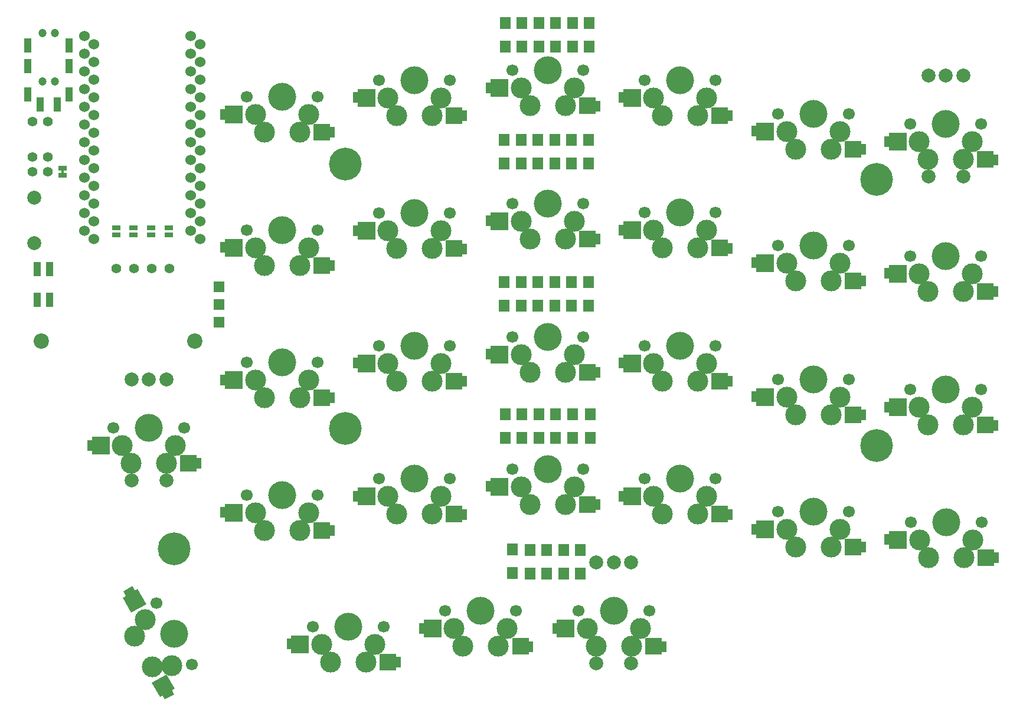
<source format=gbr>
G04 #@! TF.GenerationSoftware,KiCad,Pcbnew,5.1.9*
G04 #@! TF.CreationDate,2021-01-24T14:33:22-08:00*
G04 #@! TF.ProjectId,Lily58_prot_MX,4c696c79-3538-45f7-9072-6f745f4d582e,rev?*
G04 #@! TF.SameCoordinates,Original*
G04 #@! TF.FileFunction,Soldermask,Top*
G04 #@! TF.FilePolarity,Negative*
%FSLAX46Y46*%
G04 Gerber Fmt 4.6, Leading zero omitted, Abs format (unit mm)*
G04 Created by KiCad (PCBNEW 5.1.9) date 2021-01-24 14:33:22*
%MOMM*%
%LPD*%
G01*
G04 APERTURE LIST*
%ADD10C,3.000000*%
%ADD11C,1.700000*%
%ADD12C,4.000000*%
%ADD13C,0.100000*%
%ADD14R,2.500000X2.500000*%
%ADD15R,2.400000X2.400000*%
%ADD16R,0.700000X1.500000*%
%ADD17R,1.500000X1.800000*%
%ADD18C,1.524000*%
%ADD19R,1.000000X2.000000*%
%ADD20C,0.100000*%
%ADD21R,1.524000X1.524000*%
%ADD22C,1.200000*%
%ADD23R,1.000000X2.100000*%
%ADD24C,1.397000*%
%ADD25R,1.143000X0.635000*%
%ADD26C,2.000000*%
%ADD27C,2.200000*%
%ADD28C,4.700400*%
%ADD29R,0.381000X0.381000*%
G04 APERTURE END LIST*
D10*
X162410000Y-67840001D03*
D11*
X163680000Y-65300000D03*
X153520000Y-65300000D03*
D12*
X158600000Y-65300000D03*
D10*
X156060000Y-70380000D03*
D13*
X162425000Y-67880000D03*
X154775000Y-67880000D03*
D14*
X151700000Y-67840001D03*
D10*
X161140000Y-70380000D03*
X154790000Y-67840000D03*
D15*
X164300000Y-70380000D03*
D10*
X154790000Y-67840000D03*
D16*
X150100000Y-67800000D03*
X165800000Y-70400000D03*
D10*
X124310000Y-71640001D03*
D11*
X125580000Y-69100000D03*
X115420000Y-69100000D03*
D12*
X120500000Y-69100000D03*
D10*
X117960000Y-74180000D03*
D13*
X124325000Y-71680000D03*
X116675000Y-71680000D03*
D14*
X113600000Y-71640001D03*
D10*
X123040000Y-74180000D03*
X116690000Y-71640000D03*
D15*
X126200000Y-74180000D03*
D10*
X116690000Y-71640000D03*
D16*
X112000000Y-71600000D03*
X127700000Y-74200000D03*
X146700000Y-52700000D03*
X131000000Y-50100000D03*
D10*
X135690000Y-50140000D03*
D15*
X145200000Y-52680000D03*
D10*
X135690000Y-50140000D03*
X142040000Y-52680000D03*
D14*
X132600000Y-50140001D03*
D13*
X135675000Y-50180000D03*
X143325000Y-50180000D03*
D10*
X136960000Y-52680000D03*
D12*
X139500000Y-47600000D03*
D11*
X134420000Y-47600000D03*
X144580000Y-47600000D03*
D10*
X143310000Y-50140001D03*
X181410000Y-50140001D03*
D11*
X182680000Y-47600000D03*
X172520000Y-47600000D03*
D12*
X177600000Y-47600000D03*
D10*
X175060000Y-52680000D03*
D13*
X181425000Y-50180000D03*
X173775000Y-50180000D03*
D14*
X170700000Y-50140001D03*
D10*
X180140000Y-52680000D03*
X173790000Y-50140000D03*
D15*
X183300000Y-52680000D03*
D10*
X173790000Y-50140000D03*
D16*
X169100000Y-50100000D03*
X184800000Y-52700000D03*
D10*
X124310000Y-52540001D03*
D11*
X125580000Y-50000000D03*
X115420000Y-50000000D03*
D12*
X120500000Y-50000000D03*
D10*
X117960000Y-55080000D03*
D13*
X124325000Y-52580000D03*
X116675000Y-52580000D03*
D14*
X113600000Y-52540001D03*
D10*
X123040000Y-55080000D03*
X116690000Y-52540000D03*
D15*
X126200000Y-55080000D03*
D10*
X116690000Y-52540000D03*
D16*
X112000000Y-52500000D03*
X127700000Y-55100000D03*
X222950000Y-116100000D03*
X207250000Y-113500000D03*
D10*
X211940000Y-113540000D03*
D15*
X221450000Y-116080000D03*
D10*
X211940000Y-113540000D03*
X218290000Y-116080000D03*
D14*
X208850000Y-113540001D03*
D13*
X211925000Y-113580000D03*
X219575000Y-113580000D03*
D10*
X213210000Y-116080000D03*
D12*
X215750000Y-111000000D03*
D11*
X210670000Y-111000000D03*
X220830000Y-111000000D03*
D10*
X219560000Y-113540001D03*
X143310000Y-107340001D03*
D11*
X144580000Y-104800000D03*
X134420000Y-104800000D03*
D12*
X139500000Y-104800000D03*
D10*
X136960000Y-109880000D03*
D13*
X143325000Y-107380000D03*
X135675000Y-107380000D03*
D14*
X132600000Y-107340001D03*
D10*
X142040000Y-109880000D03*
X135690000Y-107340000D03*
D15*
X145200000Y-109880000D03*
D10*
X135690000Y-107340000D03*
D16*
X131000000Y-107300000D03*
X146700000Y-109900000D03*
X127700000Y-112200000D03*
X112000000Y-109600000D03*
D10*
X116690000Y-109640000D03*
D15*
X126200000Y-112180000D03*
D10*
X116690000Y-109640000D03*
X123040000Y-112180000D03*
D14*
X113600000Y-109640001D03*
D13*
X116675000Y-109680000D03*
X124325000Y-109680000D03*
D10*
X117960000Y-112180000D03*
D12*
X120500000Y-107100000D03*
D11*
X115420000Y-107100000D03*
X125580000Y-107100000D03*
D10*
X124310000Y-109640001D03*
D17*
X152400000Y-79981000D03*
X152400000Y-76581000D03*
X154813000Y-76581000D03*
X154813000Y-79981000D03*
X157226000Y-79981000D03*
X157226000Y-76581000D03*
X159639000Y-76581000D03*
X159639000Y-79981000D03*
X162052000Y-79981000D03*
X162052000Y-76581000D03*
X164465000Y-76581000D03*
X164465000Y-79981000D03*
X152527000Y-98904000D03*
X152527000Y-95504000D03*
X154940000Y-95504000D03*
X154940000Y-98904000D03*
X157353000Y-98904000D03*
X157353000Y-95504000D03*
X159766000Y-95504000D03*
X159766000Y-98904000D03*
X162179000Y-98904000D03*
X162179000Y-95504000D03*
X164719000Y-95504000D03*
X164719000Y-98904000D03*
D10*
X181410000Y-107340001D03*
D11*
X182680000Y-104800000D03*
X172520000Y-104800000D03*
D12*
X177600000Y-104800000D03*
D10*
X175060000Y-109880000D03*
D13*
X181425000Y-107380000D03*
X173775000Y-107380000D03*
D14*
X170700000Y-107340001D03*
D10*
X180140000Y-109880000D03*
X173790000Y-107340000D03*
D15*
X183300000Y-109880000D03*
D10*
X173790000Y-107340000D03*
D16*
X169100000Y-107300000D03*
X184800000Y-109900000D03*
D17*
X152400000Y-56163000D03*
X152400000Y-59563000D03*
X154813000Y-59563000D03*
X154813000Y-56163000D03*
X157226000Y-56163000D03*
X157226000Y-59563000D03*
X159639000Y-59563000D03*
X159639000Y-56163000D03*
X162052000Y-56163000D03*
X162052000Y-59563000D03*
X164465000Y-59563000D03*
X164465000Y-56163000D03*
D16*
X222900000Y-77900000D03*
X207200000Y-75300000D03*
D10*
X211890000Y-75340000D03*
D15*
X221400000Y-77880000D03*
D10*
X211890000Y-75340000D03*
X218240000Y-77880000D03*
D14*
X208800000Y-75340001D03*
D13*
X211875000Y-75380000D03*
X219525000Y-75380000D03*
D10*
X213160000Y-77880000D03*
D12*
X215700000Y-72800000D03*
D11*
X210620000Y-72800000D03*
X220780000Y-72800000D03*
D10*
X219510000Y-75340001D03*
D16*
X184800000Y-71700000D03*
X169100000Y-69100000D03*
D10*
X173790000Y-69140000D03*
D15*
X183300000Y-71680000D03*
D10*
X173790000Y-69140000D03*
X180140000Y-71680000D03*
D14*
X170700000Y-69140001D03*
D13*
X173775000Y-69180000D03*
X181425000Y-69180000D03*
D10*
X175060000Y-71680000D03*
D12*
X177600000Y-66600000D03*
D11*
X172520000Y-66600000D03*
X182680000Y-66600000D03*
D10*
X181410000Y-69140001D03*
D16*
X203900000Y-57500000D03*
X188200000Y-54900000D03*
D10*
X192890000Y-54940000D03*
D15*
X202400000Y-57480000D03*
D10*
X192890000Y-54940000D03*
X199240000Y-57480000D03*
D14*
X189800000Y-54940001D03*
D13*
X192875000Y-54980000D03*
X200525000Y-54980000D03*
D10*
X194160000Y-57480000D03*
D12*
X196700000Y-52400000D03*
D11*
X191620000Y-52400000D03*
X201780000Y-52400000D03*
D10*
X200510000Y-54940001D03*
D18*
X107420000Y-41230000D03*
X107420000Y-43770000D03*
X107420000Y-46310000D03*
X107420000Y-48850000D03*
X107420000Y-51390000D03*
X107420000Y-53930000D03*
X107420000Y-56470000D03*
X107420000Y-59010000D03*
X107420000Y-61550000D03*
X107420000Y-64090000D03*
X107420000Y-66630000D03*
X107420000Y-69170000D03*
X92180000Y-69170000D03*
X92180000Y-66630000D03*
X92180000Y-64090000D03*
X92180000Y-61550000D03*
X92180000Y-59010000D03*
X92180000Y-56470000D03*
X92180000Y-53930000D03*
X92180000Y-51390000D03*
X92180000Y-48850000D03*
X92180000Y-46310000D03*
X92180000Y-43770000D03*
X92180000Y-41230000D03*
X108718815Y-52585745D03*
X108718815Y-57665745D03*
X93478815Y-42425745D03*
X108718815Y-44965745D03*
X108718815Y-67825745D03*
X93478815Y-70365745D03*
X108718815Y-60205745D03*
X108718815Y-62745745D03*
X93478815Y-60205745D03*
X93478815Y-65285745D03*
X93478815Y-52585745D03*
X93478815Y-50045745D03*
X93478815Y-44965745D03*
X93478815Y-55125745D03*
X108718815Y-70365745D03*
X93478815Y-62745745D03*
X108718815Y-42425745D03*
X108718815Y-47505745D03*
X93478815Y-67825745D03*
X108718815Y-50045745D03*
X108718815Y-55125745D03*
X93478815Y-57665745D03*
X108718815Y-65285745D03*
X93478815Y-47505745D03*
D17*
X152527000Y-39399000D03*
X152527000Y-42799000D03*
X154940000Y-42799000D03*
X154940000Y-39399000D03*
X159766000Y-42799000D03*
X159766000Y-39399000D03*
X162179000Y-39399000D03*
X162179000Y-42799000D03*
X164592000Y-42799000D03*
X164592000Y-39399000D03*
X157353000Y-39399000D03*
X157353000Y-42799000D03*
D16*
X165800000Y-51310000D03*
X150100000Y-48710000D03*
D10*
X154790000Y-48750000D03*
D15*
X164300000Y-51290000D03*
D10*
X154790000Y-48750000D03*
X161140000Y-51290000D03*
D14*
X151700000Y-48750001D03*
D13*
X154775000Y-48790000D03*
X162425000Y-48790000D03*
D10*
X156060000Y-51290000D03*
D12*
X158600000Y-46210000D03*
D11*
X153520000Y-46210000D03*
X163680000Y-46210000D03*
D10*
X162410000Y-48750001D03*
D19*
X85408800Y-74698500D03*
X87158800Y-74698500D03*
X85408800Y-79098500D03*
X87158800Y-79098500D03*
D16*
X175300000Y-128850000D03*
X159600000Y-126250000D03*
D10*
X164290000Y-126290000D03*
D15*
X173800000Y-128830000D03*
D10*
X164290000Y-126290000D03*
X170640000Y-128830000D03*
D14*
X161200000Y-126290001D03*
D13*
X164275000Y-126330000D03*
X171925000Y-126330000D03*
D10*
X165560000Y-128830000D03*
D12*
X168100000Y-123750000D03*
D11*
X163020000Y-123750000D03*
X173180000Y-123750000D03*
D10*
X171910000Y-126290001D03*
D16*
X108600000Y-102600000D03*
X92900000Y-100000000D03*
D10*
X97590000Y-100040000D03*
D15*
X107100000Y-102580000D03*
D10*
X97590000Y-100040000D03*
X103940000Y-102580000D03*
D14*
X94500000Y-100040001D03*
D13*
X97575000Y-100080000D03*
X105225000Y-100080000D03*
D10*
X98860000Y-102580000D03*
D12*
X101400000Y-97500000D03*
D11*
X96320000Y-97500000D03*
X106480000Y-97500000D03*
D10*
X105210000Y-100040001D03*
D16*
X222900000Y-59000000D03*
X207200000Y-56400000D03*
D10*
X211890000Y-56440000D03*
D15*
X221400000Y-58980000D03*
D10*
X211890000Y-56440000D03*
X218240000Y-58980000D03*
D14*
X208800000Y-56440001D03*
D13*
X211875000Y-56480000D03*
X219525000Y-56480000D03*
D10*
X213160000Y-58980000D03*
D12*
X215700000Y-53900000D03*
D11*
X210620000Y-53900000D03*
X220780000Y-53900000D03*
D10*
X219510000Y-56440001D03*
X124310000Y-90640001D03*
D11*
X125580000Y-88100000D03*
X115420000Y-88100000D03*
D12*
X120500000Y-88100000D03*
D10*
X117960000Y-93180000D03*
D13*
X124325000Y-90680000D03*
X116675000Y-90680000D03*
D14*
X113600000Y-90640001D03*
D10*
X123040000Y-93180000D03*
X116690000Y-90640000D03*
D15*
X126200000Y-93180000D03*
D10*
X116690000Y-90640000D03*
D16*
X112000000Y-90600000D03*
X127700000Y-93200000D03*
X146700000Y-71800000D03*
X131000000Y-69200000D03*
D10*
X135690000Y-69240000D03*
D15*
X145200000Y-71780000D03*
D10*
X135690000Y-69240000D03*
X142040000Y-71780000D03*
D14*
X132600000Y-69240001D03*
D13*
X135675000Y-69280000D03*
X143325000Y-69280000D03*
D10*
X136960000Y-71780000D03*
D12*
X139500000Y-66700000D03*
D11*
X134420000Y-66700000D03*
X144580000Y-66700000D03*
D10*
X143310000Y-69240001D03*
X200510000Y-73840001D03*
D11*
X201780000Y-71300000D03*
X191620000Y-71300000D03*
D12*
X196700000Y-71300000D03*
D10*
X194160000Y-76380000D03*
D13*
X200525000Y-73880000D03*
X192875000Y-73880000D03*
D14*
X189800000Y-73840001D03*
D10*
X199240000Y-76380000D03*
X192890000Y-73840000D03*
D15*
X202400000Y-76380000D03*
D10*
X192890000Y-73840000D03*
D16*
X188200000Y-73800000D03*
X203900000Y-76400000D03*
D20*
G36*
X105007789Y-135713492D02*
G01*
X103708751Y-136463492D01*
X103358751Y-135857274D01*
X104657789Y-135107274D01*
X105007789Y-135713492D01*
G37*
G36*
X99409455Y-120816893D02*
G01*
X98110417Y-121566893D01*
X97760417Y-120960675D01*
X99059455Y-120210675D01*
X99409455Y-120816893D01*
G37*
D10*
X100895295Y-124970443D03*
D20*
G36*
X101811361Y-134037115D02*
G01*
X103889821Y-132837115D01*
X105089821Y-134915575D01*
X103011361Y-136115575D01*
X101811361Y-134037115D01*
G37*
D10*
X100895295Y-124970443D03*
X101870591Y-131739705D03*
D20*
G36*
X97642763Y-121836893D02*
G01*
X99807827Y-120586893D01*
X101057827Y-122751957D01*
X98892763Y-124001957D01*
X97642763Y-121836893D01*
G37*
D13*
X100853154Y-124977453D03*
X104678154Y-131602547D03*
D10*
X99330591Y-127340295D03*
D12*
X105000000Y-127000000D03*
D11*
X102460000Y-122600591D03*
X107540000Y-131399409D03*
D10*
X104705295Y-131569557D03*
X133810000Y-128540001D03*
D11*
X135080000Y-126000000D03*
X124920000Y-126000000D03*
D12*
X130000000Y-126000000D03*
D10*
X127460000Y-131080000D03*
D13*
X133825000Y-128580000D03*
X126175000Y-128580000D03*
D14*
X123100000Y-128540001D03*
D10*
X132540000Y-131080000D03*
X126190000Y-128540000D03*
D15*
X135700000Y-131080000D03*
D10*
X126190000Y-128540000D03*
D16*
X121500000Y-128500000D03*
X137200000Y-131100000D03*
D10*
X181410000Y-88240001D03*
D11*
X182680000Y-85700000D03*
X172520000Y-85700000D03*
D12*
X177600000Y-85700000D03*
D10*
X175060000Y-90780000D03*
D13*
X181425000Y-88280000D03*
X173775000Y-88280000D03*
D14*
X170700000Y-88240001D03*
D10*
X180140000Y-90780000D03*
X173790000Y-88240000D03*
D15*
X183300000Y-90780000D03*
D10*
X173790000Y-88240000D03*
D16*
X169100000Y-88200000D03*
X184800000Y-90800000D03*
X165800000Y-89500000D03*
X150100000Y-86900000D03*
D10*
X154790000Y-86940000D03*
D15*
X164300000Y-89480000D03*
D10*
X154790000Y-86940000D03*
X161140000Y-89480000D03*
D14*
X151700000Y-86940001D03*
D13*
X154775000Y-86980000D03*
X162425000Y-86980000D03*
D10*
X156060000Y-89480000D03*
D12*
X158600000Y-84400000D03*
D11*
X153520000Y-84400000D03*
X163680000Y-84400000D03*
D10*
X162410000Y-86940001D03*
D16*
X203900000Y-95600000D03*
X188200000Y-93000000D03*
D10*
X192890000Y-93040000D03*
D15*
X202400000Y-95580000D03*
D10*
X192890000Y-93040000D03*
X199240000Y-95580000D03*
D14*
X189800000Y-93040001D03*
D13*
X192875000Y-93080000D03*
X200525000Y-93080000D03*
D10*
X194160000Y-95580000D03*
D12*
X196700000Y-90500000D03*
D11*
X191620000Y-90500000D03*
X201780000Y-90500000D03*
D10*
X200510000Y-93040001D03*
X219510000Y-94540001D03*
D11*
X220780000Y-92000000D03*
X210620000Y-92000000D03*
D12*
X215700000Y-92000000D03*
D10*
X213160000Y-97080000D03*
D13*
X219525000Y-94580000D03*
X211875000Y-94580000D03*
D14*
X208800000Y-94540001D03*
D10*
X218240000Y-97080000D03*
X211890000Y-94540000D03*
D15*
X221400000Y-97080000D03*
D10*
X211890000Y-94540000D03*
D16*
X207200000Y-94500000D03*
X222900000Y-97100000D03*
D21*
X111506000Y-77216000D03*
X111506000Y-79816000D03*
X111506000Y-82316000D03*
D22*
X86150000Y-47800000D03*
X86150000Y-40800000D03*
D23*
X84050000Y-49600000D03*
X88250000Y-51100000D03*
X84050000Y-42600000D03*
X84050000Y-45600000D03*
D22*
X87900000Y-40800000D03*
X87900000Y-47800000D03*
D23*
X90000000Y-42600000D03*
X90000000Y-45600000D03*
X90000000Y-49600000D03*
X85800000Y-51100000D03*
D24*
X96700000Y-74600000D03*
X99240000Y-74600000D03*
X101780000Y-74600000D03*
X104320000Y-74600000D03*
D25*
X104300000Y-68799620D03*
X104300000Y-69800380D03*
X101700000Y-68799620D03*
X101700000Y-69800380D03*
X99200000Y-68799620D03*
X99200000Y-69800380D03*
X96700000Y-68799620D03*
X96700000Y-69800380D03*
D24*
X84700000Y-60700000D03*
X86900000Y-60700000D03*
X84688035Y-58579272D03*
X84688035Y-53499272D03*
X86938035Y-53499272D03*
X86938035Y-58579272D03*
D26*
X85000000Y-70950000D03*
X85000000Y-64450000D03*
D10*
X143310000Y-88240001D03*
D11*
X144580000Y-85700000D03*
X134420000Y-85700000D03*
D12*
X139500000Y-85700000D03*
D10*
X136960000Y-90780000D03*
D13*
X143325000Y-88280000D03*
X135675000Y-88280000D03*
D14*
X132600000Y-88240001D03*
D10*
X142040000Y-90780000D03*
X135690000Y-88240000D03*
D15*
X145200000Y-90780000D03*
D10*
X135690000Y-88240000D03*
D16*
X131000000Y-88200000D03*
X146700000Y-90800000D03*
X165800000Y-108500000D03*
X150100000Y-105900000D03*
D10*
X154790000Y-105940000D03*
D15*
X164300000Y-108480000D03*
D10*
X154790000Y-105940000D03*
X161140000Y-108480000D03*
D14*
X151700000Y-105940001D03*
D13*
X154775000Y-105980000D03*
X162425000Y-105980000D03*
D10*
X156060000Y-108480000D03*
D12*
X158600000Y-103400000D03*
D11*
X153520000Y-103400000D03*
X163680000Y-103400000D03*
D10*
X162410000Y-105940001D03*
D16*
X203900000Y-114600000D03*
X188200000Y-112000000D03*
D10*
X192890000Y-112040000D03*
D15*
X202400000Y-114580000D03*
D10*
X192890000Y-112040000D03*
X199240000Y-114580000D03*
D14*
X189800000Y-112040001D03*
D13*
X192875000Y-112080000D03*
X200525000Y-112080000D03*
D10*
X194160000Y-114580000D03*
D12*
X196700000Y-109500000D03*
D11*
X191620000Y-109500000D03*
X201780000Y-109500000D03*
D10*
X200510000Y-112040001D03*
D16*
X156200000Y-128850000D03*
X140500000Y-126250000D03*
D10*
X145190000Y-126290000D03*
D15*
X154700000Y-128830000D03*
D10*
X145190000Y-126290000D03*
X151540000Y-128830000D03*
D14*
X142100000Y-126290001D03*
D13*
X145175000Y-126330000D03*
X152825000Y-126330000D03*
D10*
X146460000Y-128830000D03*
D12*
X149000000Y-123750000D03*
D11*
X143920000Y-123750000D03*
X154080000Y-123750000D03*
D10*
X152810000Y-126290001D03*
D27*
X86000000Y-85000000D03*
X108000000Y-85000000D03*
D28*
X129600000Y-59600000D03*
X205800000Y-61800000D03*
X129600000Y-97600000D03*
X205800000Y-100000000D03*
X105000000Y-114800000D03*
D29*
X89000000Y-60700000D03*
D25*
X89000000Y-60199620D03*
X89000000Y-61200380D03*
D26*
X103900000Y-90500000D03*
X101400000Y-90500000D03*
X98900000Y-90500000D03*
X103900000Y-105000000D03*
X98900000Y-105000000D03*
D17*
X153543000Y-114935000D03*
X153543000Y-118335000D03*
X156083000Y-118364000D03*
X156083000Y-114964000D03*
X158496000Y-114964000D03*
X158496000Y-118364000D03*
X160909000Y-118364000D03*
X160909000Y-114964000D03*
X163322000Y-118364000D03*
X163322000Y-114964000D03*
D26*
X170600000Y-116750000D03*
X168100000Y-116750000D03*
X165600000Y-116750000D03*
X170600000Y-131250000D03*
X165600000Y-131250000D03*
X218200000Y-46900000D03*
X215700000Y-46900000D03*
X213200000Y-46900000D03*
X218200000Y-61400000D03*
X213200000Y-61400000D03*
M02*

</source>
